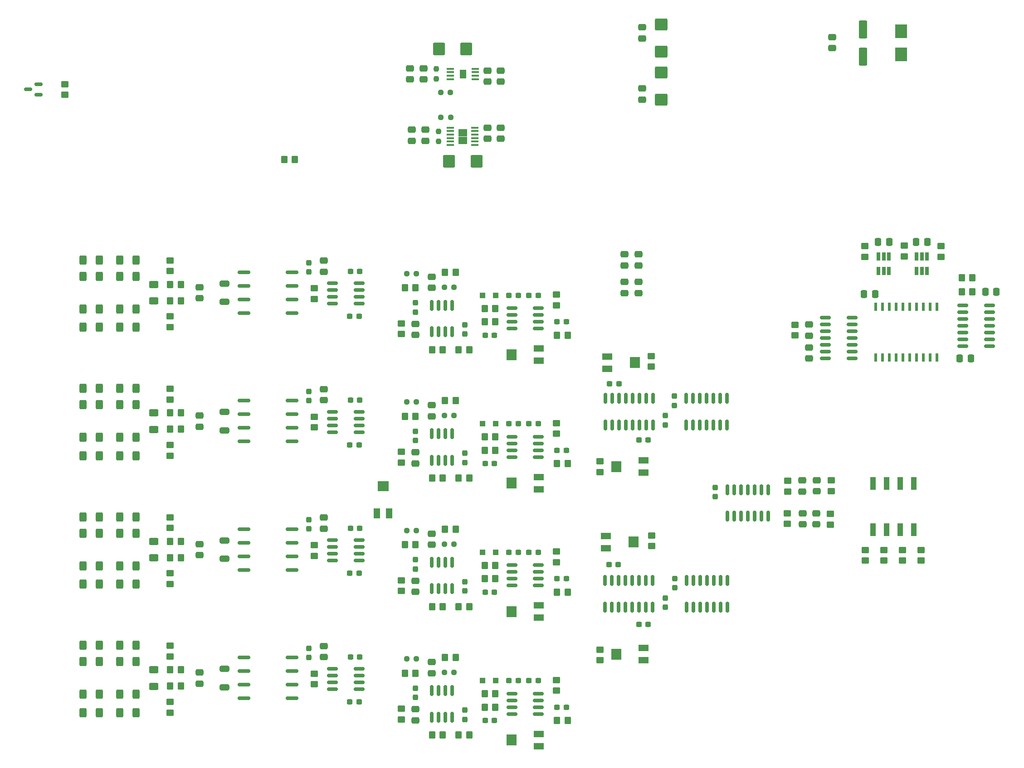
<source format=gtp>
G04 #@! TF.GenerationSoftware,KiCad,Pcbnew,(6.0.11)*
G04 #@! TF.CreationDate,2023-05-29T14:07:06-03:00*
G04 #@! TF.ProjectId,qds-cv,7164732d-6376-42e6-9b69-6361645f7063,rev?*
G04 #@! TF.SameCoordinates,Original*
G04 #@! TF.FileFunction,Paste,Top*
G04 #@! TF.FilePolarity,Positive*
%FSLAX46Y46*%
G04 Gerber Fmt 4.6, Leading zero omitted, Abs format (unit mm)*
G04 Created by KiCad (PCBNEW (6.0.11)) date 2023-05-29 14:07:06*
%MOMM*%
%LPD*%
G01*
G04 APERTURE LIST*
G04 Aperture macros list*
%AMRoundRect*
0 Rectangle with rounded corners*
0 $1 Rounding radius*
0 $2 $3 $4 $5 $6 $7 $8 $9 X,Y pos of 4 corners*
0 Add a 4 corners polygon primitive as box body*
4,1,4,$2,$3,$4,$5,$6,$7,$8,$9,$2,$3,0*
0 Add four circle primitives for the rounded corners*
1,1,$1+$1,$2,$3*
1,1,$1+$1,$4,$5*
1,1,$1+$1,$6,$7*
1,1,$1+$1,$8,$9*
0 Add four rect primitives between the rounded corners*
20,1,$1+$1,$2,$3,$4,$5,0*
20,1,$1+$1,$4,$5,$6,$7,0*
20,1,$1+$1,$6,$7,$8,$9,0*
20,1,$1+$1,$8,$9,$2,$3,0*%
G04 Aperture macros list end*
%ADD10C,0.025400*%
%ADD11C,0.010000*%
%ADD12RoundRect,0.250000X0.350000X0.450000X-0.350000X0.450000X-0.350000X-0.450000X0.350000X-0.450000X0*%
%ADD13RoundRect,0.250000X-0.350000X-0.450000X0.350000X-0.450000X0.350000X0.450000X-0.350000X0.450000X0*%
%ADD14RoundRect,0.250000X0.450000X-0.350000X0.450000X0.350000X-0.450000X0.350000X-0.450000X-0.350000X0*%
%ADD15RoundRect,0.237500X0.300000X0.237500X-0.300000X0.237500X-0.300000X-0.237500X0.300000X-0.237500X0*%
%ADD16RoundRect,0.250000X-0.450000X0.350000X-0.450000X-0.350000X0.450000X-0.350000X0.450000X0.350000X0*%
%ADD17RoundRect,0.237500X0.237500X-0.300000X0.237500X0.300000X-0.237500X0.300000X-0.237500X-0.300000X0*%
%ADD18R,1.900000X1.300000*%
%ADD19R,1.900000X2.000000*%
%ADD20RoundRect,0.250000X0.475000X-0.337500X0.475000X0.337500X-0.475000X0.337500X-0.475000X-0.337500X0*%
%ADD21RoundRect,0.237500X-0.250000X-0.237500X0.250000X-0.237500X0.250000X0.237500X-0.250000X0.237500X0*%
%ADD22RoundRect,0.250000X-0.475000X0.337500X-0.475000X-0.337500X0.475000X-0.337500X0.475000X0.337500X0*%
%ADD23RoundRect,0.250000X-0.925000X0.875000X-0.925000X-0.875000X0.925000X-0.875000X0.925000X0.875000X0*%
%ADD24RoundRect,0.250000X-0.400000X-0.625000X0.400000X-0.625000X0.400000X0.625000X-0.400000X0.625000X0*%
%ADD25RoundRect,0.250000X0.400000X0.625000X-0.400000X0.625000X-0.400000X-0.625000X0.400000X-0.625000X0*%
%ADD26RoundRect,0.237500X-0.300000X-0.237500X0.300000X-0.237500X0.300000X0.237500X-0.300000X0.237500X0*%
%ADD27RoundRect,0.250000X0.337500X0.475000X-0.337500X0.475000X-0.337500X-0.475000X0.337500X-0.475000X0*%
%ADD28RoundRect,0.150000X0.150000X-0.825000X0.150000X0.825000X-0.150000X0.825000X-0.150000X-0.825000X0*%
%ADD29R,1.000000X1.000000*%
%ADD30RoundRect,0.150000X-0.825000X-0.150000X0.825000X-0.150000X0.825000X0.150000X-0.825000X0.150000X0*%
%ADD31R,1.397000X0.431800*%
%ADD32R,0.650000X1.560000*%
%ADD33RoundRect,0.250000X-0.625000X0.400000X-0.625000X-0.400000X0.625000X-0.400000X0.625000X0.400000X0*%
%ADD34RoundRect,0.150000X0.825000X0.150000X-0.825000X0.150000X-0.825000X-0.150000X0.825000X-0.150000X0*%
%ADD35RoundRect,0.150000X-0.150000X0.825000X-0.150000X-0.825000X0.150000X-0.825000X0.150000X0.825000X0*%
%ADD36RoundRect,0.162500X-1.012500X-0.162500X1.012500X-0.162500X1.012500X0.162500X-1.012500X0.162500X0*%
%ADD37RoundRect,0.237500X-0.237500X0.300000X-0.237500X-0.300000X0.237500X-0.300000X0.237500X0.300000X0*%
%ADD38RoundRect,0.248478X-0.646022X0.323022X-0.646022X-0.323022X0.646022X-0.323022X0.646022X0.323022X0*%
%ADD39R,1.300000X1.900000*%
%ADD40R,2.000000X1.900000*%
%ADD41RoundRect,0.250000X-0.337500X-0.475000X0.337500X-0.475000X0.337500X0.475000X-0.337500X0.475000X0*%
%ADD42RoundRect,0.237500X-0.237500X0.250000X-0.237500X-0.250000X0.237500X-0.250000X0.237500X0.250000X0*%
%ADD43RoundRect,0.237500X0.237500X-0.250000X0.237500X0.250000X-0.237500X0.250000X-0.237500X-0.250000X0*%
%ADD44R,0.600000X1.500000*%
%ADD45RoundRect,0.250000X-0.550000X1.412500X-0.550000X-1.412500X0.550000X-1.412500X0.550000X1.412500X0*%
%ADD46R,1.450000X0.450000*%
%ADD47RoundRect,0.250000X0.875000X0.925000X-0.875000X0.925000X-0.875000X-0.925000X0.875000X-0.925000X0*%
%ADD48RoundRect,0.150000X0.587500X0.150000X-0.587500X0.150000X-0.587500X-0.150000X0.587500X-0.150000X0*%
%ADD49R,2.300000X2.500000*%
%ADD50RoundRect,0.250000X-0.875000X-0.925000X0.875000X-0.925000X0.875000X0.925000X-0.875000X0.925000X0*%
%ADD51R,1.120000X2.440000*%
G04 APERTURE END LIST*
G36*
X203617800Y-78005000D02*
G01*
X202065200Y-78005000D01*
X202065200Y-76731800D01*
X203617800Y-76731800D01*
X203617800Y-78005000D01*
G37*
D10*
X203617800Y-78005000D02*
X202065200Y-78005000D01*
X202065200Y-76731800D01*
X203617800Y-76731800D01*
X203617800Y-78005000D01*
G36*
X203617800Y-79478200D02*
G01*
X202065200Y-79478200D01*
X202065200Y-78205000D01*
X203617800Y-78205000D01*
X203617800Y-79478200D01*
G37*
X203617800Y-79478200D02*
X202065200Y-79478200D01*
X202065200Y-78205000D01*
X203617800Y-78205000D01*
X203617800Y-79478200D01*
G36*
X203372762Y-67220419D02*
G01*
X202310238Y-67220419D01*
X202310238Y-65664581D01*
X203372762Y-65664581D01*
X203372762Y-67220419D01*
G37*
D11*
X203372762Y-67220419D02*
X202310238Y-67220419D01*
X202310238Y-65664581D01*
X203372762Y-65664581D01*
X203372762Y-67220419D01*
D12*
X201520100Y-151516100D03*
X199520100Y-151516100D03*
D13*
X202073000Y-189992000D03*
X204073000Y-189992000D03*
D14*
X237998000Y-121142000D03*
X237998000Y-119142000D03*
X148196100Y-137773600D03*
X148196100Y-135773600D03*
D15*
X183489600Y-111734600D03*
X181764600Y-111734600D03*
D14*
X148209000Y-127288800D03*
X148209000Y-125288800D03*
D16*
X271638303Y-142408400D03*
X271638303Y-144408400D03*
D13*
X197107100Y-189997100D03*
X199107100Y-189997100D03*
D17*
X194043100Y-110946100D03*
X194043100Y-109221100D03*
X203200000Y-115035500D03*
X203200000Y-113310500D03*
D13*
X197107100Y-117988100D03*
X199107100Y-117988100D03*
D16*
X281474333Y-155402400D03*
X281474333Y-157402400D03*
X191376100Y-185060100D03*
X191376100Y-187060100D03*
D18*
X236611000Y-140977000D03*
D19*
X231511000Y-139827000D03*
D18*
X236611000Y-138677000D03*
D20*
X193353500Y-78947500D03*
X193353500Y-76872500D03*
D12*
X222424300Y-115259800D03*
X220424300Y-115259800D03*
D13*
X202073000Y-141986000D03*
X204073000Y-141986000D03*
D16*
X191376100Y-137054100D03*
X191376100Y-139054100D03*
D21*
X192368600Y-127767100D03*
X194193600Y-127767100D03*
D22*
X235700000Y-100162500D03*
X235700000Y-102237500D03*
D14*
X277876000Y-100648000D03*
X277876000Y-98648000D03*
D20*
X197024300Y-154433200D03*
X197024300Y-152358200D03*
D13*
X148225600Y-132820100D03*
X150225600Y-132820100D03*
D14*
X148209000Y-103285800D03*
X148209000Y-101285800D03*
D23*
X239870000Y-57190000D03*
X239870000Y-62290000D03*
D24*
X138772100Y-110357600D03*
X141872100Y-110357600D03*
D17*
X242464603Y-162438500D03*
X242464603Y-160713500D03*
D22*
X266355103Y-148552500D03*
X266355103Y-150627500D03*
D13*
X206949800Y-182295800D03*
X208949800Y-182295800D03*
D18*
X236611000Y-176029000D03*
D19*
X231511000Y-174879000D03*
D18*
X236611000Y-173729000D03*
D25*
X135027000Y-161798000D03*
X131927000Y-161798000D03*
D16*
X191376100Y-113051100D03*
X191376100Y-115051100D03*
D26*
X211481500Y-107823000D03*
X213206500Y-107823000D03*
D13*
X148225600Y-156823100D03*
X150225600Y-156823100D03*
D27*
X279837500Y-107600000D03*
X277762500Y-107600000D03*
D16*
X220382900Y-107691700D03*
X220382900Y-109691700D03*
D24*
X131927000Y-173222600D03*
X135027000Y-173222600D03*
D28*
X252222000Y-149075000D03*
X253492000Y-149075000D03*
X254762000Y-149075000D03*
X256032000Y-149075000D03*
X257302000Y-149075000D03*
X258572000Y-149075000D03*
X259842000Y-149075000D03*
X259842000Y-144125000D03*
X258572000Y-144125000D03*
X257302000Y-144125000D03*
X256032000Y-144125000D03*
X254762000Y-144125000D03*
X253492000Y-144125000D03*
X252222000Y-144125000D03*
D29*
X209022000Y-155803600D03*
X206522000Y-155803600D03*
D15*
X183489600Y-183743600D03*
X181764600Y-183743600D03*
D22*
X267500000Y-113262500D03*
X267500000Y-115337500D03*
D15*
X216927400Y-179832000D03*
X215202400Y-179832000D03*
D22*
X153670000Y-130280500D03*
X153670000Y-132355500D03*
D21*
X198745500Y-69871500D03*
X200570500Y-69871500D03*
D30*
X178536600Y-105587800D03*
X178536600Y-106857800D03*
X178536600Y-108127800D03*
X178536600Y-109397800D03*
X183486600Y-109397800D03*
X183486600Y-108127800D03*
X183486600Y-106857800D03*
X183486600Y-105587800D03*
D26*
X220460200Y-184779600D03*
X222185200Y-184779600D03*
D13*
X192027100Y-130434100D03*
X194027100Y-130434100D03*
D15*
X183489600Y-135737600D03*
X181764600Y-135737600D03*
D31*
X205141500Y-79730600D03*
X205141500Y-79080359D03*
X205141500Y-78430119D03*
X205141500Y-77779881D03*
X205141500Y-77129641D03*
X205141500Y-76479400D03*
X200541500Y-76479400D03*
X200541500Y-77129641D03*
X200541500Y-77779881D03*
X200541500Y-78430119D03*
X200541500Y-79080359D03*
X200541500Y-79730600D03*
D32*
X287594000Y-103284000D03*
X288544000Y-103284000D03*
X289494000Y-103284000D03*
X289494000Y-100584000D03*
X288544000Y-100584000D03*
X287594000Y-100584000D03*
D33*
X145161000Y-129768000D03*
X145161000Y-132868000D03*
D24*
X138785000Y-101219000D03*
X141885000Y-101219000D03*
D26*
X211481500Y-155829000D03*
X213206500Y-155829000D03*
D13*
X197107100Y-141991100D03*
X199107100Y-141991100D03*
D17*
X242366800Y-128391300D03*
X242366800Y-126666300D03*
D22*
X236310000Y-57722500D03*
X236310000Y-59797500D03*
X209960000Y-65832500D03*
X209960000Y-67907500D03*
D18*
X217040100Y-192076400D03*
D19*
X211940100Y-190926400D03*
D18*
X217040100Y-189776400D03*
D15*
X216927400Y-155829000D03*
X215202400Y-155829000D03*
D20*
X197024300Y-106427200D03*
X197024300Y-104352200D03*
D18*
X217040100Y-120067400D03*
D19*
X211940100Y-118917400D03*
D18*
X217040100Y-117767400D03*
D17*
X194043100Y-182955100D03*
X194043100Y-181230100D03*
D26*
X211481500Y-179832000D03*
X213206500Y-179832000D03*
D13*
X206949800Y-134289800D03*
X208949800Y-134289800D03*
D12*
X298000000Y-104550000D03*
X296000000Y-104550000D03*
X222424300Y-163265800D03*
X220424300Y-163265800D03*
D34*
X301179000Y-117348000D03*
X301179000Y-116078000D03*
X301179000Y-114808000D03*
X301179000Y-113538000D03*
X301179000Y-112268000D03*
X301179000Y-110998000D03*
X301179000Y-109728000D03*
X296229000Y-109728000D03*
X296229000Y-110998000D03*
X296229000Y-112268000D03*
X296229000Y-113538000D03*
X296229000Y-114808000D03*
X296229000Y-116078000D03*
X296229000Y-117348000D03*
D21*
X192368600Y-151770100D03*
X194193600Y-151770100D03*
D14*
X128524000Y-70342000D03*
X128524000Y-68342000D03*
D17*
X174104100Y-127476100D03*
X174104100Y-125751100D03*
D35*
X238309603Y-161101000D03*
X237039603Y-161101000D03*
X235769603Y-161101000D03*
X234499603Y-161101000D03*
X233229603Y-161101000D03*
X231959603Y-161101000D03*
X230689603Y-161101000D03*
X229419603Y-161101000D03*
X229419603Y-166051000D03*
X230689603Y-166051000D03*
X231959603Y-166051000D03*
X233229603Y-166051000D03*
X234499603Y-166051000D03*
X235769603Y-166051000D03*
X237039603Y-166051000D03*
X238309603Y-166051000D03*
D14*
X263510303Y-144459200D03*
X263510303Y-142459200D03*
D13*
X148225600Y-177778100D03*
X150225600Y-177778100D03*
D22*
X195494000Y-65405000D03*
X195494000Y-67480000D03*
D24*
X131927000Y-149219600D03*
X135027000Y-149219600D03*
X131927000Y-176270600D03*
X135027000Y-176270600D03*
D17*
X203200000Y-187044500D03*
X203200000Y-185319500D03*
D23*
X239860000Y-66170000D03*
X239860000Y-71270000D03*
D20*
X194043100Y-187224600D03*
X194043100Y-185149600D03*
D13*
X148225600Y-105769100D03*
X150225600Y-105769100D03*
D16*
X264900000Y-113300000D03*
X264900000Y-115300000D03*
D29*
X209022000Y-131800600D03*
X206522000Y-131800600D03*
D16*
X284945666Y-155402400D03*
X284945666Y-157402400D03*
D24*
X131927000Y-104261600D03*
X135027000Y-104261600D03*
D20*
X194043100Y-163221600D03*
X194043100Y-161146600D03*
D35*
X200875700Y-109660600D03*
X199605700Y-109660600D03*
X198335700Y-109660600D03*
X197065700Y-109660600D03*
X197065700Y-114610600D03*
X198335700Y-114610600D03*
X199605700Y-114610600D03*
X200875700Y-114610600D03*
D22*
X153670000Y-154283500D03*
X153670000Y-156358500D03*
D29*
X209022000Y-107797600D03*
X206522000Y-107797600D03*
D15*
X232002500Y-124333000D03*
X230277500Y-124333000D03*
D26*
X220460200Y-136773600D03*
X222185200Y-136773600D03*
D12*
X298000000Y-107150000D03*
X296000000Y-107150000D03*
D24*
X131927000Y-158363600D03*
X135027000Y-158363600D03*
D21*
X199413800Y-130292200D03*
X201238800Y-130292200D03*
D36*
X161972000Y-103505000D03*
X161972000Y-106045000D03*
X161972000Y-108585000D03*
X161972000Y-111125000D03*
X171022000Y-111125000D03*
X171022000Y-108585000D03*
X171022000Y-106045000D03*
X171022000Y-103505000D03*
D37*
X249936000Y-143737500D03*
X249936000Y-145462500D03*
D24*
X138772100Y-182366600D03*
X141872100Y-182366600D03*
X131927000Y-110357600D03*
X135027000Y-110357600D03*
D35*
X200875700Y-181669600D03*
X199605700Y-181669600D03*
X198335700Y-181669600D03*
X197065700Y-181669600D03*
X197065700Y-186619600D03*
X198335700Y-186619600D03*
X199605700Y-186619600D03*
X200875700Y-186619600D03*
D38*
X158374500Y-177609500D03*
X158374500Y-181038500D03*
D16*
X220382900Y-131694700D03*
X220382900Y-133694700D03*
D27*
X297709500Y-119634000D03*
X295634500Y-119634000D03*
D34*
X275524400Y-119614700D03*
X275524400Y-118344700D03*
X275524400Y-117074700D03*
X275524400Y-115804700D03*
X275524400Y-114534700D03*
X275524400Y-113264700D03*
X275524400Y-111994700D03*
X270574400Y-111994700D03*
X270574400Y-113264700D03*
X270574400Y-114534700D03*
X270574400Y-115804700D03*
X270574400Y-117074700D03*
X270574400Y-118344700D03*
X270574400Y-119614700D03*
D26*
X235738500Y-169291000D03*
X237463500Y-169291000D03*
D17*
X194043100Y-158952100D03*
X194043100Y-157227100D03*
D15*
X183590100Y-103352600D03*
X181865100Y-103352600D03*
D17*
X203200000Y-163041500D03*
X203200000Y-161316500D03*
D24*
X131927000Y-134360600D03*
X135027000Y-134360600D03*
D18*
X217040100Y-168073400D03*
D19*
X211940100Y-166923400D03*
D18*
X217040100Y-165773400D03*
D15*
X216927400Y-131826000D03*
X215202400Y-131826000D03*
D13*
X202073000Y-165989000D03*
X204073000Y-165989000D03*
D25*
X135027000Y-185801000D03*
X131927000Y-185801000D03*
D39*
X186810000Y-148600000D03*
D40*
X187960000Y-143500000D03*
D39*
X189110000Y-148600000D03*
D24*
X131927000Y-101213600D03*
X135027000Y-101213600D03*
D30*
X212015100Y-134233600D03*
X212015100Y-135503600D03*
X212015100Y-136773600D03*
X212015100Y-138043600D03*
X216965100Y-138043600D03*
X216965100Y-136773600D03*
X216965100Y-135503600D03*
X216965100Y-134233600D03*
D41*
X287506500Y-97870000D03*
X289581500Y-97870000D03*
D24*
X138772100Y-128264600D03*
X141872100Y-128264600D03*
D22*
X207440000Y-65832500D03*
X207440000Y-67907500D03*
D18*
X229860000Y-119246000D03*
D19*
X234960000Y-120396000D03*
D18*
X229860000Y-121546000D03*
D22*
X192954000Y-65405000D03*
X192954000Y-67480000D03*
D14*
X175144200Y-180501800D03*
X175144200Y-178501800D03*
D16*
X288417000Y-155402400D03*
X288417000Y-157402400D03*
D24*
X131927000Y-152267600D03*
X135027000Y-152267600D03*
D16*
X220382900Y-155697700D03*
X220382900Y-157697700D03*
D28*
X244654603Y-166051000D03*
X245924603Y-166051000D03*
X247194603Y-166051000D03*
X248464603Y-166051000D03*
X249734603Y-166051000D03*
X251004603Y-166051000D03*
X252274603Y-166051000D03*
X252274603Y-161101000D03*
X251004603Y-161101000D03*
X249734603Y-161101000D03*
X248464603Y-161101000D03*
X247194603Y-161101000D03*
X245924603Y-161101000D03*
X244654603Y-161101000D03*
D22*
X236310000Y-69182500D03*
X236310000Y-71257500D03*
D13*
X148225600Y-153775100D03*
X150225600Y-153775100D03*
D15*
X216927400Y-107823000D03*
X215202400Y-107823000D03*
D30*
X178536600Y-129590800D03*
X178536600Y-130860800D03*
X178536600Y-132130800D03*
X178536600Y-133400800D03*
X183486600Y-133400800D03*
X183486600Y-132130800D03*
X183486600Y-130860800D03*
X183486600Y-129590800D03*
D12*
X201520100Y-175519100D03*
X199520100Y-175519100D03*
D35*
X200875700Y-133663600D03*
X199605700Y-133663600D03*
X198335700Y-133663600D03*
X197065700Y-133663600D03*
X197065700Y-138613600D03*
X198335700Y-138613600D03*
X199605700Y-138613600D03*
X200875700Y-138613600D03*
D21*
X192368600Y-175773100D03*
X194193600Y-175773100D03*
D36*
X161972000Y-127508000D03*
X161972000Y-130048000D03*
X161972000Y-132588000D03*
X161972000Y-135128000D03*
X171022000Y-135128000D03*
X171022000Y-132588000D03*
X171022000Y-130048000D03*
X171022000Y-127508000D03*
D15*
X183590100Y-151358600D03*
X181865100Y-151358600D03*
D16*
X278003000Y-155402400D03*
X278003000Y-157402400D03*
D22*
X153670000Y-106277500D03*
X153670000Y-108352500D03*
D16*
X228473000Y-138827000D03*
X228473000Y-140827000D03*
D25*
X141885000Y-185801000D03*
X138785000Y-185801000D03*
D20*
X176898100Y-127397100D03*
X176898100Y-125322100D03*
D17*
X240665000Y-166089500D03*
X240665000Y-164364500D03*
D13*
X202073000Y-117983000D03*
X204073000Y-117983000D03*
D15*
X183590100Y-175361600D03*
X181865100Y-175361600D03*
D18*
X229606000Y-152774000D03*
D19*
X234706000Y-153924000D03*
D18*
X229606000Y-155074000D03*
D20*
X268945903Y-144445900D03*
X268945903Y-142370900D03*
D16*
X228473000Y-174006000D03*
X228473000Y-176006000D03*
D36*
X161972000Y-151511000D03*
X161972000Y-154051000D03*
X161972000Y-156591000D03*
X161972000Y-159131000D03*
X171022000Y-159131000D03*
X171022000Y-156591000D03*
X171022000Y-154051000D03*
X171022000Y-151511000D03*
D12*
X171500000Y-82400000D03*
X169500000Y-82400000D03*
D13*
X192027100Y-154437100D03*
X194027100Y-154437100D03*
D42*
X197888500Y-65530000D03*
X197888500Y-67355000D03*
D14*
X292100000Y-100600000D03*
X292100000Y-98600000D03*
D13*
X206949800Y-110286800D03*
X208949800Y-110286800D03*
D12*
X208936900Y-184779600D03*
X206936900Y-184779600D03*
D14*
X148196100Y-161776600D03*
X148196100Y-159776600D03*
D15*
X208774000Y-115285200D03*
X207049000Y-115285200D03*
D24*
X138785000Y-149225000D03*
X141885000Y-149225000D03*
D32*
X280482000Y-103284000D03*
X281432000Y-103284000D03*
X282382000Y-103284000D03*
X282382000Y-100584000D03*
X281432000Y-100584000D03*
X280482000Y-100584000D03*
D43*
X198288000Y-79017500D03*
X198288000Y-77192500D03*
D22*
X233000000Y-105300000D03*
X233000000Y-107375000D03*
D24*
X138772100Y-158363600D03*
X141872100Y-158363600D03*
D12*
X208936900Y-112770600D03*
X206936900Y-112770600D03*
D44*
X279978100Y-119411700D03*
X281248100Y-119411700D03*
X282518100Y-119411700D03*
X283788100Y-119411700D03*
X285058100Y-119411700D03*
X286328100Y-119411700D03*
X287598100Y-119411700D03*
X288868100Y-119411700D03*
X290138100Y-119411700D03*
X291408100Y-119411700D03*
X291408100Y-109911700D03*
X290138100Y-109911700D03*
X288868100Y-109911700D03*
X287598100Y-109911700D03*
X286328100Y-109911700D03*
X285058100Y-109911700D03*
X283788100Y-109911700D03*
X282518100Y-109911700D03*
X281248100Y-109911700D03*
X279978100Y-109911700D03*
D14*
X148209000Y-175294800D03*
X148209000Y-173294800D03*
D15*
X183590100Y-127355600D03*
X181865100Y-127355600D03*
D30*
X212015100Y-110230600D03*
X212015100Y-111500600D03*
X212015100Y-112770600D03*
X212015100Y-114040600D03*
X216965100Y-114040600D03*
X216965100Y-112770600D03*
X216965100Y-111500600D03*
X216965100Y-110230600D03*
D45*
X277600000Y-58112500D03*
X277600000Y-63187500D03*
D22*
X153670000Y-178286500D03*
X153670000Y-180361500D03*
D17*
X203200000Y-139038500D03*
X203200000Y-137313500D03*
D22*
X271850000Y-59562500D03*
X271850000Y-61637500D03*
D36*
X161972000Y-175514000D03*
X161972000Y-178054000D03*
X161972000Y-180594000D03*
X161972000Y-183134000D03*
X171022000Y-183134000D03*
X171022000Y-180594000D03*
X171022000Y-178054000D03*
X171022000Y-175514000D03*
D46*
X200501500Y-65467500D03*
X200501500Y-66117500D03*
X200501500Y-66767500D03*
X200501500Y-67417500D03*
X205181500Y-67417500D03*
X205181500Y-66767500D03*
X205181500Y-66117500D03*
X205181500Y-65467500D03*
D20*
X197024300Y-130430200D03*
X197024300Y-128355200D03*
D47*
X205416500Y-82804000D03*
X200316500Y-82804000D03*
D26*
X220460200Y-112770600D03*
X222185200Y-112770600D03*
D17*
X174104100Y-175482100D03*
X174104100Y-173757100D03*
D24*
X131927000Y-128264600D03*
X135027000Y-128264600D03*
D25*
X141885000Y-161798000D03*
X138785000Y-161798000D03*
D35*
X200875700Y-157666600D03*
X199605700Y-157666600D03*
X198335700Y-157666600D03*
X197065700Y-157666600D03*
X197065700Y-162616600D03*
X198335700Y-162616600D03*
X199605700Y-162616600D03*
X200875700Y-162616600D03*
D12*
X208936900Y-160776600D03*
X206936900Y-160776600D03*
D20*
X197024300Y-178436200D03*
X197024300Y-176361200D03*
D13*
X206949800Y-158292800D03*
X208949800Y-158292800D03*
D29*
X209022000Y-179806600D03*
X206522000Y-179806600D03*
D41*
X300412500Y-107150000D03*
X302487500Y-107150000D03*
D12*
X201520100Y-127513100D03*
X199520100Y-127513100D03*
D17*
X194043100Y-134949100D03*
X194043100Y-133224100D03*
D35*
X238379000Y-127065000D03*
X237109000Y-127065000D03*
X235839000Y-127065000D03*
X234569000Y-127065000D03*
X233299000Y-127065000D03*
X232029000Y-127065000D03*
X230759000Y-127065000D03*
X229489000Y-127065000D03*
X229489000Y-132015000D03*
X230759000Y-132015000D03*
X232029000Y-132015000D03*
X233299000Y-132015000D03*
X234569000Y-132015000D03*
X235839000Y-132015000D03*
X237109000Y-132015000D03*
X238379000Y-132015000D03*
D14*
X285242000Y-100521000D03*
X285242000Y-98521000D03*
D30*
X178536600Y-153593800D03*
X178536600Y-154863800D03*
X178536600Y-156133800D03*
X178536600Y-157403800D03*
X183486600Y-157403800D03*
X183486600Y-156133800D03*
X183486600Y-154863800D03*
X183486600Y-153593800D03*
D12*
X208936900Y-136773600D03*
X206936900Y-136773600D03*
D15*
X183489600Y-159740600D03*
X181764600Y-159740600D03*
D21*
X199413800Y-154295200D03*
X201238800Y-154295200D03*
D20*
X267500000Y-119637500D03*
X267500000Y-117562500D03*
D25*
X141885000Y-113792000D03*
X138785000Y-113792000D03*
D20*
X176898100Y-103394100D03*
X176898100Y-101319100D03*
D24*
X138785000Y-125222000D03*
X141885000Y-125222000D03*
D26*
X220460200Y-160776600D03*
X222185200Y-160776600D03*
D48*
X123619500Y-70292000D03*
X123619500Y-68392000D03*
X121744500Y-69342000D03*
D20*
X176898100Y-175403100D03*
X176898100Y-173328100D03*
D21*
X199413800Y-106289200D03*
X201238800Y-106289200D03*
D13*
X148225600Y-180826100D03*
X150225600Y-180826100D03*
D20*
X194043100Y-115215600D03*
X194043100Y-113140600D03*
D24*
X131927000Y-182366600D03*
X135027000Y-182366600D03*
D38*
X158374500Y-105600500D03*
X158374500Y-109029500D03*
D12*
X222424300Y-187268800D03*
X220424300Y-187268800D03*
D20*
X195900000Y-78947500D03*
X195900000Y-76872500D03*
D33*
X145161000Y-177774000D03*
X145161000Y-180874000D03*
D49*
X284650000Y-58500000D03*
X284650000Y-62800000D03*
D12*
X201520100Y-103510100D03*
X199520100Y-103510100D03*
D20*
X194043100Y-139218600D03*
X194043100Y-137143600D03*
D50*
X198384500Y-61743500D03*
X203484500Y-61743500D03*
D14*
X148196100Y-185779600D03*
X148196100Y-183779600D03*
D51*
X279400000Y-151625000D03*
X281940000Y-151625000D03*
X284480000Y-151625000D03*
X287020000Y-151625000D03*
X287020000Y-143015000D03*
X284480000Y-143015000D03*
X281940000Y-143015000D03*
X279400000Y-143015000D03*
D33*
X145161000Y-105765000D03*
X145161000Y-108865000D03*
D24*
X131927000Y-125216600D03*
X135027000Y-125216600D03*
D38*
X158374500Y-153606500D03*
X158374500Y-157035500D03*
D22*
X233000000Y-100162500D03*
X233000000Y-102237500D03*
X268895103Y-148552500D03*
X268895103Y-150627500D03*
D14*
X175144200Y-132495800D03*
X175144200Y-130495800D03*
D30*
X178536600Y-177596800D03*
X178536600Y-178866800D03*
X178536600Y-180136800D03*
X178536600Y-181406800D03*
X183486600Y-181406800D03*
X183486600Y-180136800D03*
X183486600Y-178866800D03*
X183486600Y-177596800D03*
D24*
X138772100Y-176270600D03*
X141872100Y-176270600D03*
D20*
X209960000Y-78567500D03*
X209960000Y-76492500D03*
D26*
X235738500Y-134874000D03*
X237463500Y-134874000D03*
D25*
X141885000Y-137795000D03*
X138785000Y-137795000D03*
D14*
X148196100Y-113770600D03*
X148196100Y-111770600D03*
D20*
X176898100Y-151400100D03*
X176898100Y-149325100D03*
D21*
X198754000Y-74549000D03*
X200579000Y-74549000D03*
D17*
X240690400Y-132028100D03*
X240690400Y-130303100D03*
D25*
X135027000Y-137795000D03*
X131927000Y-137795000D03*
D15*
X208774000Y-163291200D03*
X207049000Y-163291200D03*
D24*
X138772100Y-134360600D03*
X141872100Y-134360600D03*
D13*
X148225600Y-129772100D03*
X150225600Y-129772100D03*
D41*
X280394500Y-97870000D03*
X282469500Y-97870000D03*
D30*
X212015100Y-158236600D03*
X212015100Y-159506600D03*
X212015100Y-160776600D03*
X212015100Y-162046600D03*
X216965100Y-162046600D03*
X216965100Y-160776600D03*
X216965100Y-159506600D03*
X216965100Y-158236600D03*
D13*
X197107100Y-165994100D03*
X199107100Y-165994100D03*
D15*
X208774000Y-187294200D03*
X207049000Y-187294200D03*
D17*
X174104100Y-151479100D03*
X174104100Y-149754100D03*
D16*
X220382900Y-179700700D03*
X220382900Y-181700700D03*
D14*
X148209000Y-151291800D03*
X148209000Y-149291800D03*
D13*
X192027100Y-106431100D03*
X194027100Y-106431100D03*
X192027100Y-178440100D03*
X194027100Y-178440100D03*
D15*
X231875500Y-158115000D03*
X230150500Y-158115000D03*
D24*
X138772100Y-104261600D03*
X141872100Y-104261600D03*
D14*
X175144200Y-108492800D03*
X175144200Y-106492800D03*
X271485903Y-150640800D03*
X271485903Y-148640800D03*
X175144200Y-156498800D03*
X175144200Y-154498800D03*
D25*
X135027000Y-113792000D03*
X131927000Y-113792000D03*
D15*
X208774000Y-139288200D03*
X207049000Y-139288200D03*
D38*
X158374500Y-129603500D03*
X158374500Y-133032500D03*
D21*
X199413800Y-178298200D03*
X201238800Y-178298200D03*
D20*
X207440000Y-78567500D03*
X207440000Y-76492500D03*
D24*
X138785000Y-173228000D03*
X141885000Y-173228000D03*
X138772100Y-152267600D03*
X141872100Y-152267600D03*
D22*
X235700000Y-105300000D03*
X235700000Y-107375000D03*
D17*
X174104100Y-103473100D03*
X174104100Y-101748100D03*
D20*
X266253503Y-144496700D03*
X266253503Y-142421700D03*
D13*
X148225600Y-108817100D03*
X150225600Y-108817100D03*
D12*
X222424300Y-139262800D03*
X220424300Y-139262800D03*
D16*
X191376100Y-161057100D03*
X191376100Y-163057100D03*
D14*
X238125000Y-154670000D03*
X238125000Y-152670000D03*
D18*
X217040100Y-144070400D03*
D19*
X211940100Y-142920400D03*
D18*
X217040100Y-141770400D03*
D33*
X145161000Y-153771000D03*
X145161000Y-156871000D03*
D30*
X212015100Y-182239600D03*
X212015100Y-183509600D03*
X212015100Y-184779600D03*
X212015100Y-186049600D03*
X216965100Y-186049600D03*
X216965100Y-184779600D03*
X216965100Y-183509600D03*
X216965100Y-182239600D03*
D28*
X244576600Y-132015000D03*
X245846600Y-132015000D03*
X247116600Y-132015000D03*
X248386600Y-132015000D03*
X249656600Y-132015000D03*
X250926600Y-132015000D03*
X252196600Y-132015000D03*
X252196600Y-127065000D03*
X250926600Y-127065000D03*
X249656600Y-127065000D03*
X248386600Y-127065000D03*
X247116600Y-127065000D03*
X245846600Y-127065000D03*
X244576600Y-127065000D03*
D16*
X263459503Y-148539200D03*
X263459503Y-150539200D03*
D21*
X192368600Y-103764100D03*
X194193600Y-103764100D03*
D26*
X211481500Y-131826000D03*
X213206500Y-131826000D03*
M02*

</source>
